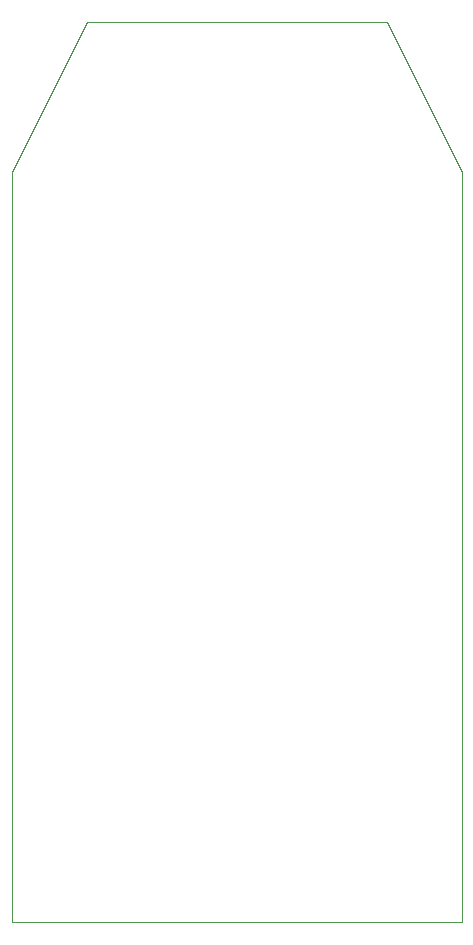
<source format=gbr>
G04 #@! TF.GenerationSoftware,KiCad,Pcbnew,(5.1.5)-3*
G04 #@! TF.CreationDate,2020-09-05T19:48:14+08:00*
G04 #@! TF.ProjectId,VS1053 Dev Brd,56533130-3533-4204-9465-76204272642e,rev?*
G04 #@! TF.SameCoordinates,Original*
G04 #@! TF.FileFunction,Profile,NP*
%FSLAX46Y46*%
G04 Gerber Fmt 4.6, Leading zero omitted, Abs format (unit mm)*
G04 Created by KiCad (PCBNEW (5.1.5)-3) date 2020-09-05 19:48:14*
%MOMM*%
%LPD*%
G04 APERTURE LIST*
%ADD10C,0.050000*%
G04 APERTURE END LIST*
D10*
X70383400Y-72796400D02*
X76733400Y-60096400D01*
X70383400Y-136296400D02*
X70383400Y-72796400D01*
X76733400Y-136296400D02*
X70383400Y-136296400D01*
X108483400Y-136296400D02*
X76733400Y-136296400D01*
X108483400Y-72796400D02*
X108483400Y-136296400D01*
X102133400Y-60096400D02*
X108483400Y-72796400D01*
X76733400Y-60096400D02*
X102133400Y-60096400D01*
M02*

</source>
